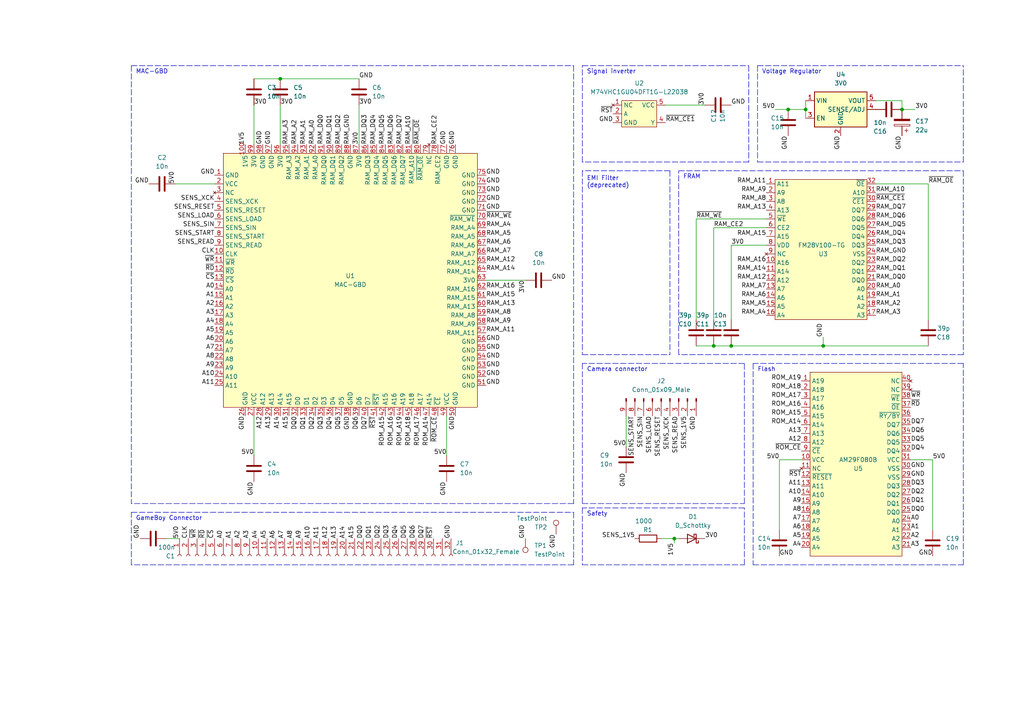
<source format=kicad_sch>
(kicad_sch (version 20231120) (generator "eeschema") (generator_version "8.0")
  (paper "A4")
  (title_block (title "Flashable Camera") (date "2024-07-26") (rev "B") (company "Made by 2BitWizard") (comment 1 "C10, C11 and C18 modified by Raphaël BOICHOT"))
  (lib_symbols
    (symbol "Connector:Conn_01x09_Male" (pin_names (offset 1.016) hide)
      (property "Reference" "J" (at 0 12.7 0))
      (property "Value" "Conn_01x09_Male" (at 0 -12.7 0))
      (symbol "Conn_01x09_Male_1_1"
        (polyline (pts (xy 1.27 -10.16) (xy 0.8636 -10.16)) (stroke (width 0.1524)))
        (polyline (pts (xy 1.27 -7.62) (xy 0.8636 -7.62)) (stroke (width 0.1524)))
        (polyline (pts (xy 1.27 -5.08) (xy 0.8636 -5.08)) (stroke (width 0.1524)))
        (polyline (pts (xy 1.27 -2.54) (xy 0.8636 -2.54)) (stroke (width 0.1524)))
        (polyline (pts (xy 1.27 0) (xy 0.8636 0)) (stroke (width 0.1524)))
        (polyline (pts (xy 1.27 2.54) (xy 0.8636 2.54)) (stroke (width 0.1524)))
        (polyline (pts (xy 1.27 5.08) (xy 0.8636 5.08)) (stroke (width 0.1524)))
        (polyline (pts (xy 1.27 7.62) (xy 0.8636 7.62)) (stroke (width 0.1524)))
        (polyline (pts (xy 1.27 10.16) (xy 0.8636 10.16)) (stroke (width 0.1524)))
        (rectangle (start 0.8636 -10.033) (end 0 -10.287) (stroke (width 0.1524)) (fill (type outline)))
        (rectangle (start 0.8636 -7.493) (end 0 -7.747) (stroke (width 0.1524)) (fill (type outline)))
        (rectangle (start 0.8636 -4.953) (end 0 -5.207) (stroke (width 0.1524)) (fill (type outline)))
        (rectangle (start 0.8636 -2.413) (end 0 -2.667) (stroke (width 0.1524)) (fill (type outline)))
        (rectangle (start 0.8636 0.127) (end 0 -0.127) (stroke (width 0.1524)) (fill (type outline)))
        (rectangle (start 0.8636 2.667) (end 0 2.413) (stroke (width 0.1524)) (fill (type outline)))
        (rectangle (start 0.8636 5.207) (end 0 4.953) (stroke (width 0.1524)) (fill (type outline)))
        (rectangle (start 0.8636 7.747) (end 0 7.493) (stroke (width 0.1524)) (fill (type outline)))
        (rectangle (start 0.8636 10.287) (end 0 10.033) (stroke (width 0.1524)) (fill (type outline)))
        (pin passive line (at 5.08 10.16 180) (length 3.81) (name "Pin_1") (number "1"))
        (pin passive line (at 5.08 7.62 180) (length 3.81) (name "Pin_2") (number "2"))
        (pin passive line (at 5.08 5.08 180) (length 3.81) (name "Pin_3") (number "3"))
        (pin passive line (at 5.08 2.54 180) (length 3.81) (name "Pin_4") (number "4"))
        (pin passive line (at 5.08 0 180) (length 3.81) (name "Pin_5") (number "5"))
        (pin passive line (at 5.08 -2.54 180) (length 3.81) (name "Pin_6") (number "6"))
        (pin passive line (at 5.08 -5.08 180) (length 3.81) (name "Pin_7") (number "7"))
        (pin passive line (at 5.08 -7.62 180) (length 3.81) (name "Pin_8") (number "8"))
        (pin passive line (at 5.08 -10.16 180) (length 3.81) (name "Pin_9") (number "9"))
      )
    )
    (symbol "Connector:Conn_01x32_Female" (pin_names (offset 1.016) hide)
      (property "Reference" "J" (at 0 40.64 0))
      (property "Value" "Conn_01x32_Female" (at 0 -43.18 0))
      (symbol "Conn_01x32_Female_1_1"
        (arc (start 0 -40.132) (mid -0.5058 -40.64) (end 0 -41.148) (stroke (width 0.1524)))
        (arc (start 0 -37.592) (mid -0.5058 -38.1) (end 0 -38.608) (stroke (width 0.1524)))
        (arc (start 0 -35.052) (mid -0.5058 -35.56) (end 0 -36.068) (stroke (width 0.1524)))
        (arc (start 0 -32.512) (mid -0.5058 -33.02) (end 0 -33.528) (stroke (width 0.1524)))
        (arc (start 0 -29.972) (mid -0.5058 -30.48) (end 0 -30.988) (stroke (width 0.1524)))
        (arc (start 0 -27.432) (mid -0.5058 -27.94) (end 0 -28.448) (stroke (width 0.1524)))
        (arc (start 0 -24.892) (mid -0.5058 -25.4) (end 0 -25.908) (stroke (width 0.1524)))
        (arc (start 0 -22.352) (mid -0.5058 -22.86) (end 0 -23.368) (stroke (width 0.1524)))
        (arc (start 0 -19.812) (mid -0.5058 -20.32) (end 0 -20.828) (stroke (width 0.1524)))
        (arc (start 0 -17.272) (mid -0.5058 -17.78) (end 0 -18.288) (stroke (width 0.1524)))
        (arc (start 0 -14.732) (mid -0.5058 -15.24) (end 0 -15.748) (stroke (width 0.1524)))
        (arc (start 0 -12.192) (mid -0.5058 -12.7) (end 0 -13.208) (stroke (width 0.1524)))
        (arc (start 0 -9.652) (mid -0.5058 -10.16) (end 0 -10.668) (stroke (width 0.1524)))
        (arc (start 0 -7.112) (mid -0.5058 -7.62) (end 0 -8.128) (stroke (width 0.1524)))
        (arc (start 0 -4.572) (mid -0.5058 -5.08) (end 0 -5.588) (stroke (width 0.1524)))
        (arc (start 0 -2.032) (mid -0.5058 -2.54) (end 0 -3.048) (stroke (width 0.1524)))
        (polyline (pts (xy -1.27 -40.64) (xy -0.508 -40.64)) (stroke (width 0.1524)))
        (polyline (pts (xy -1.27 -38.1) (xy -0.508 -38.1)) (stroke (width 0.1524)))
        (polyline (pts (xy -1.27 -35.56) (xy -0.508 -35.56)) (stroke (width 0.1524)))
        (polyline (pts (xy -1.27 -33.02) (xy -0.508 -33.02)) (stroke (width 0.1524)))
        (polyline (pts (xy -1.27 -30.48) (xy -0.508 -30.48)) (stroke (width 0.1524)))
        (polyline (pts (xy -1.27 -27.94) (xy -0.508 -27.94)) (stroke (width 0.1524)))
        (polyline (pts (xy -1.27 -25.4) (xy -0.508 -25.4)) (stroke (width 0.1524)))
        (polyline (pts (xy -1.27 -22.86) (xy -0.508 -22.86)) (stroke (width 0.1524)))
        (polyline (pts (xy -1.27 -20.32) (xy -0.508 -20.32)) (stroke (width 0.1524)))
        (polyline (pts (xy -1.27 -17.78) (xy -0.508 -17.78)) (stroke (width 0.1524)))
        (polyline (pts (xy -1.27 -15.24) (xy -0.508 -15.24)) (stroke (width 0.1524)))
        (polyline (pts (xy -1.27 -12.7) (xy -0.508 -12.7)) (stroke (width 0.1524)))
        (polyline (pts (xy -1.27 -10.16) (xy -0.508 -10.16)) (stroke (width 0.1524)))
        (polyline (pts (xy -1.27 -7.62) (xy -0.508 -7.62)) (stroke (width 0.1524)))
        (polyline (pts (xy -1.27 -5.08) (xy -0.508 -5.08)) (stroke (width 0.1524)))
        (polyline (pts (xy -1.27 -2.54) (xy -0.508 -2.54)) (stroke (width 0.1524)))
        (polyline (pts (xy -1.27 0) (xy -0.508 0)) (stroke (width 0.1524)))
        (polyline (pts (xy -1.27 2.54) (xy -0.508 2.54)) (stroke (width 0.1524)))
        (polyline (pts (xy -1.27 5.08) (xy -0.508 5.08)) (stroke (width 0.1524)))
        (polyline (pts (xy -1.27 7.62) (xy -0.508 7.62)) (stroke (width 0.1524)))
        (polyline (pts (xy -1.27 10.16) (xy -0.508 10.16)) (stroke (width 0.1524)))
        (polyline (pts (xy -1.27 12.7) (xy -0.508 12.7)) (stroke (width 0.1524)))
        (polyline (pts (xy -1.27 15.24) (xy -0.508 15.24)) (stroke (width 0.1524)))
        (polyline (pts (xy -1.27 17.78) (xy -0.508 17.78)) (stroke (width 0.1524)))
        (polyline (pts (xy -1.27 20.32) (xy -0.508 20.32)) (stroke (width 0.1524)))
        (polyline (pts (xy -1.27 22.86) (xy -0.508 22.86)) (stroke (width 0.1524)))
        (polyline (pts (xy -1.27 25.4) (xy -0.508 25.4)) (stroke (width 0.1524)))
        (polyline (pts (xy -1.27 27.94) (xy -0.508 27.94)) (stroke (width 0.1524)))
        (polyline (pts (xy -1.27 30.48) (xy -0.508 30.48)) (stroke (width 0.1524)))
        (polyline (pts (xy -1.27 33.02) (xy -0.508 33.02)) (stroke (width 0.1524)))
        (polyline (pts (xy -1.27 35.56) (xy -0.508 35.56)) (stroke (width 0.1524)))
        (polyline (pts (xy -1.27 38.1) (xy -0.508 38.1)) (stroke (width 0.1524)))
        (arc (start 0 0.508) (mid -0.5058 0) (end 0 -0.508) (stroke (width 0.1524)))
        (arc (start 0 3.048) (mid -0.5058 2.54) (end 0 2.032) (stroke (width 0.1524)))
        (arc (start 0 5.588) (mid -0.5058 5.08) (end 0 4.572) (stroke (width 0.1524)))
        (arc (start 0 8.128) (mid -0.5058 7.62) (end 0 7.112) (stroke (width 0.1524)))
        (arc (start 0 10.668) (mid -0.5058 10.16) (end 0 9.652) (stroke (width 0.1524)))
        (arc (start 0 13.208) (mid -0.5058 12.7) (end 0 12.192) (stroke (width 0.1524)))
        (arc (start 0 15.748) (mid -0.5058 15.24) (end 0 14.732) (stroke (width 0.1524)))
        (arc (start 0 18.288) (mid -0.5058 17.78) (end 0 17.272) (stroke (width 0.1524)))
        (arc (start 0 20.828) (mid -0.5058 20.32) (end 0 19.812) (stroke (width 0.1524)))
        (arc (start 0 23.368) (mid -0.5058 22.86) (end 0 22.352) (stroke (width 0.1524)))
        (arc (start 0 25.908) (mid -0.5058 25.4) (end 0 24.892) (stroke (width 0.1524)))
        (arc (start 0 28.448) (mid -0.5058 27.94) (end 0 27.432) (stroke (width 0.1524)))
        (arc (start 0 30.988) (mid -0.5058 30.48) (end 0 29.972) (stroke (width 0.1524)))
        (arc (start 0 33.528) (mid -0.5058 33.02) (end 0 32.512) (stroke (width 0.1524)))
        (arc (start 0 36.068) (mid -0.5058 35.56) (end 0 35.052) (stroke (width 0.1524)))
        (arc (start 0 38.608) (mid -0.5058 38.1) (end 0 37.592) (stroke (width 0.1524)))
        (pin passive line (at -5.08 38.1 0) (length 3.81) (name "Pin_1") (number "1"))
        (pin passive line (at -5.08 15.24 0) (length 3.81) (name "Pin_10") (number "10"))
        (pin passive line (at -5.08 12.7 0) (length 3.81) (name "Pin_11") (number "11"))
        (pin passive line (at -5.08 10.16 0) (length 3.81) (name "Pin_12") (number "12"))
        (pin passive line (at -5.08 7.62 0) (length 3.81) (name "Pin_13") (number "13"))
        (pin passive line (at -5.08 5.08 0) (length 3.81) (name "Pin_14") (number "14"))
        (pin passive line (at -5.08 2.54 0) (length 3.81) (name "Pin_15") (number "15"))
        (pin passive line (at -5.08 0 0) (length 3.81) (name "Pin_16") (number "16"))
        (pin passive line (at -5.08 -2.54 0) (length 3.81) (name "Pin_17") (number "17"))
        (pin passive line (at -5.08 -5.08 0) (length 3.81) (name "Pin_18") (number "18"))
        (pin passive line (at -5.08 -7.62 0) (length 3.81) (name "Pin_19") (number "19"))
        (pin passive line (at -5.08 35.56 0) (length 3.81) (name "Pin_2") (number "2"))
        (pin passive line (at -5.08 -10.16 0) (length 3.81) (name "Pin_20") (number "20"))
        (pin passive line (at -5.08 -12.7 0) (length 3.81) (name "Pin_21") (number "21"))
        (pin passive line (at -5.08 -15.24 0) (length 3.81) (name "Pin_22") (number "22"))
        (pin passive line (at -5.08 -17.78 0) (length 3.81) (name "Pin_23") (number "23"))
        (pin passive line (at -5.08 -20.32 0) (length 3.81) (name "Pin_24") (number "24"))
        (pin passive line (at -5.08 -22.86 0) (length 3.81) (name "Pin_25") (number "25"))
        (pin passive line (at -5.08 -25.4 0) (length 3.81) (name "Pin_26") (number "26"))
        (pin passive line (at -5.08 -27.94 0) (length 3.81) (name "Pin_27") (number "27"))
        (pin passive line (at -5.08 -30.48 0) (length 3.81) (name "Pin_28") (number "28"))
        (pin passive line (at -5.08 -33.02 0) (length 3.81) (name "Pin_29") (number "29"))
        (pin passive line (at -5.08 33.02 0) (length 3.81) (name "Pin_3") (number "3"))
        (pin passive line (at -5.08 -35.56 0) (length 3.81) (name "Pin_30") (number "30"))
        (pin passive line (at -5.08 -38.1 0) (length 3.81) (name "Pin_31") (number "31"))
        (pin passive line (at -5.08 -40.64 0) (length 3.81) (name "Pin_32") (number "32"))
        (pin passive line (at -5.08 30.48 0) (length 3.81) (name "Pin_4") (number "4"))
        (pin passive line (at -5.08 27.94 0) (length 3.81) (name "Pin_5") (number "5"))
        (pin passive line (at -5.08 25.4 0) (length 3.81) (name "Pin_6") (number "6"))
        (pin passive line (at -5.08 22.86 0) (length 3.81) (name "Pin_7") (number "7"))
        (pin passive line (at -5.08 20.32 0) (length 3.81) (name "Pin_8") (number "8"))
        (pin passive line (at -5.08 17.78 0) (length 3.81) (name "Pin_9") (number "9"))
      )
    )
    (symbol "Connector:TestPoint" (pin_numbers hide) (pin_names (offset 0.762) hide)
      (property "Reference" "TP" (at 0 6.858 0))
      (property "Value" "TestPoint" (at 0 5.08 0))
      (symbol "TestPoint_0_1"
        (circle (center 0 3.302) (radius 0.762))
      )
      (symbol "TestPoint_1_1"
        (pin passive line (at 0 0 90) (length 2.54) (name "1") (number "1"))
      )
    )
    (symbol "Device:C" (pin_numbers hide) (pin_names (offset 0.254))
      (property "Reference" "C" (at 0.635 2.54 0))
      (property "Value" "C" (at 0.635 -2.54 0))
      (symbol "C_0_1"
        (polyline (pts (xy -2.032 -0.762) (xy 2.032 -0.762)) (stroke (width 0.508)))
        (polyline (pts (xy -2.032 0.762) (xy 2.032 0.762)) (stroke (width 0.508)))
      )
      (symbol "C_1_1"
        (pin passive line (at 0 3.81 270) (length 2.794) (name "~") (number "1"))
        (pin passive line (at 0 -3.81 90) (length 2.794) (name "~") (number "2"))
      )
    )
    (symbol "Device:C_Polarized" (pin_numbers hide) (pin_names (offset 0.254))
      (property "Reference" "C" (at 0.635 2.54 0))
      (property "Value" "C_Polarized" (at 0.635 -2.54 0))
      (symbol "C_Polarized_0_1"
        (rectangle (start -2.286 0.508) (end 2.286 1.016))
        (polyline (pts (xy -1.778 2.286) (xy -0.762 2.286)))
        (polyline (pts (xy -1.27 2.794) (xy -1.27 1.778)))
        (rectangle (start 2.286 -0.508) (end -2.286 -1.016) (fill (type outline)))
      )
      (symbol "C_Polarized_1_1"
        (pin passive line (at 0 3.81 270) (length 2.794) (name "~") (number "1"))
        (pin passive line (at 0 -3.81 90) (length 2.794) (name "~") (number "2"))
      )
    )
    (symbol "Device:D_Schottky" (pin_numbers hide) (pin_names (offset 1.016) hide)
      (property "Reference" "D" (at 0 2.54 0))
      (property "Value" "D_Schottky" (at 0 -2.54 0))
      (symbol "D_Schottky_0_1"
        (polyline (pts (xy 1.27 0) (xy -1.27 0)))
        (polyline (pts (xy 1.27 1.27) (xy 1.27 -1.27) (xy -1.27 0) (xy 1.27 1.27)) (stroke (width 0.254)))
        (polyline (pts (xy -1.905 0.635) (xy -1.905 1.27) (xy -1.27 1.27) (xy -1.27 -1.27) (xy -0.635 -1.27) (xy -0.635 -0.635)) (stroke (width 0.254)))
      )
      (symbol "D_Schottky_1_1"
        (pin passive line (at -3.81 0 0) (length 2.54) (name "K") (number "1"))
        (pin passive line (at 3.81 0 180) (length 2.54) (name "A") (number "2"))
      )
    )
    (symbol "Device:R" (pin_numbers hide) (pin_names (offset 0))
      (property "Reference" "R" (at 2.032 0 90))
      (property "Value" "R" (at 0 0 90))
      (symbol "R_0_1"
        (rectangle (start -1.016 -2.54) (end 1.016 2.54) (stroke (width 0.254)))
      )
      (symbol "R_1_1"
        (pin passive line (at 0 3.81 270) (length 1.27) (name "~") (number "1"))
        (pin passive line (at 0 -3.81 90) (length 1.27) (name "~") (number "2"))
      )
    )
    (symbol "GBC:3V0"
      (property "Reference" "U" (at 0 8.89 0))
      (property "Value" "3V0" (at 0 6.35 0))
      (symbol "3V0_0_1"
        (rectangle (start -7.62 5.08) (end 7.62 -5.08) (stroke (width 0.254)) (fill (type background)))
      )
      (symbol "3V0_1_1"
        (pin passive line (at -10.16 2.54 0) (length 2.54) (name "VIN") (number "1"))
        (pin passive line (at 0 -7.62 90) (length 2.54) (name "GND") (number "2"))
        (pin passive line (at -10.16 -2.54 0) (length 2.54) (name "EN") (number "3"))
        (pin passive line (at 10.16 0 180) (length 2.54) (name "SENSE/ADJ") (number "4"))
        (pin passive line (at 10.16 2.54 180) (length 2.54) (name "VOUT") (number "5"))
      )
    )
    (symbol "GBC:AM29F080B"
      (property "Reference" "U" (at 0 -1.27 0))
      (property "Value" "AM29F080B" (at 0 1.27 0))
      (symbol "AM29F080B_0_1"
        (rectangle (start -13.97 26.67) (end 12.7 -26.67) (fill (type background)))
      )
      (symbol "AM29F080B_1_1"
        (pin passive line (at -16.51 24.13 0) (length 2.54) (name "A19") (number "1"))
        (pin passive line (at -16.51 1.27 0) (length 2.54) (name "VCC") (number "10"))
        (pin no_connect line (at -16.51 -1.27 0) (length 2.54) (name "NC") (number "11"))
        (pin passive line (at -16.51 -3.81 0) (length 2.54) (name "~{RESET}") (number "12"))
        (pin passive line (at -16.51 -6.35 0) (length 2.54) (name "A11") (number "13"))
        (pin passive line (at -16.51 -8.89 0) (length 2.54) (name "A10") (number "14"))
        (pin passive line (at -16.51 -11.43 0) (length 2.54) (name "A9") (number "15"))
        (pin passive line (at -16.51 -13.97 0) (length 2.54) (name "A8") (number "16"))
        (pin passive line (at -16.51 -16.51 0) (length 2.54) (name "A7") (number "17"))
        (pin passive line (at -16.51 -19.05 0) (length 2.54) (name "A6") (number "18"))
        (pin passive line (at -16.51 -21.59 0) (length 2.54) (name "A5") (number "19"))
        (pin passive line (at -16.51 21.59 0) (length 2.54) (name "A18") (number "2"))
        (pin passive line (at -16.51 -24.13 0) (length 2.54) (name "A4") (number "20"))
        (pin passive line (at 15.24 -24.13 180) (length 2.54) (name "A3") (number "21"))
        (pin passive line (at 15.24 -21.59 180) (length 2.54) (name "A2") (number "22"))
        (pin passive line (at 15.24 -19.05 180) (length 2.54) (name "A1") (number "23"))
        (pin passive line (at 15.24 -16.51 180) (length 2.54) (name "A0") (number "24"))
        (pin passive line (at 15.24 -13.97 180) (length 2.54) (name "DQ0") (number "25"))
        (pin passive line (at 15.24 -11.43 180) (length 2.54) (name "DQ1") (number "26"))
        (pin passive line (at 15.24 -8.89 180) (length 2.54) (name "DQ2") (number "27"))
        (pin passive line (at 15.24 -6.35 180) (length 2.54) (name "DQ3") (number "28"))
        (pin passive line (at 15.24 -3.81 180) (length 2.54) (name "VSS") (number "29"))
        (pin passive line (at -16.51 19.05 0) (length 2.54) (name "A17") (number "3"))
        (pin passive line (at 15.24 -1.27 180) (length 2.54) (name "VSS") (number "30"))
        (pin passive line (at 15.24 1.27 180) (length 2.54) (name "VCC") (number "31"))
        (pin passive line (at 15.24 3.81 180) (length 2.54) (name "DQ4") (number "32"))
        (pin passive line (at 15.24 6.35 180) (length 2.54) (name "DQ5") (number "33"))
        (pin passive line (at 15.24 8.89 180) (length 2.54) (name "DQ6") (number "34"))
        (pin passive line (at 15.24 11.43 180) (length 2.54) (name "DQ7") (number "35"))
        (pin passive line (at 15.24 13.97 180) (length 2.54) (name "~{RY/BY}") (number "36"))
        (pin passive line (at 15.24 16.51 180) (length 2.54) (name "~{OE}") (number "37"))
        (pin passive line (at 15.24 19.05 180) (length 2.54) (name "~{WE}") (number "38"))
        (pin no_connect line (at 15.24 21.59 180) (length 2.54) (name "NC") (number "39"))
        (pin passive line (at -16.51 16.51 0) (length 2.54) (name "A16") (number "4"))
        (pin no_connect line (at 15.24 24.13 180) (length 2.54) (name "NC") (number "40"))
        (pin passive line (at -16.51 13.97 0) (length 2.54) (name "A15") (number "5"))
        (pin passive line (at -16.51 11.43 0) (length 2.54) (name "A14") (number "6"))
        (pin passive line (at -16.51 8.89 0) (length 2.54) (name "A13") (number "7"))
        (pin passive line (at -16.51 6.35 0) (length 2.54) (name "A12") (number "8"))
        (pin passive line (at -16.51 3.81 0) (length 2.54) (name "~{CE}") (number "9"))
      )
    )
    (symbol "GBC:FM28V100-TG "
      (property "Reference" "U" (at 0 -1.27 0))
      (property "Value" "FM28V100-TG " (at 0 1.27 0))
      (symbol "FM28V100-TG _0_1"
        (rectangle (start -13.97 20.32) (end 12.7 -20.32) (fill (type background)))
      )
      (symbol "FM28V100-TG _1_1"
        (pin passive line (at -16.51 19.05 0) (length 2.54) (name "A11") (number "1"))
        (pin passive line (at -16.51 -3.81 0) (length 2.54) (name "A16") (number "10"))
        (pin passive line (at -16.51 -6.35 0) (length 2.54) (name "A14") (number "11"))
        (pin passive line (at -16.51 -8.89 0) (length 2.54) (name "A12") (number "12"))
        (pin passive line (at -16.51 -11.43 0) (length 2.54) (name "A7") (number "13"))
        (pin passive line (at -16.51 -13.97 0) (length 2.54) (name "A6") (number "14"))
        (pin passive line (at -16.51 -16.51 0) (length 2.54) (name "A5") (number "15"))
        (pin passive line (at -16.51 -19.05 0) (length 2.54) (name "A4") (number "16"))
        (pin passive line (at 15.24 -19.05 180) (length 2.54) (name "A3") (number "17"))
        (pin passive line (at 15.24 -16.51 180) (length 2.54) (name "A2") (number "18"))
        (pin passive line (at 15.24 -13.97 180) (length 2.54) (name "A1") (number "19"))
        (pin passive line (at -16.51 16.51 0) (length 2.54) (name "A9") (number "2"))
        (pin passive line (at 15.24 -11.43 180) (length 2.54) (name "A0") (number "20"))
        (pin passive line (at 15.24 -8.89 180) (length 2.54) (name "DQ0") (number "21"))
        (pin passive line (at 15.24 -6.35 180) (length 2.54) (name "DQ1") (number "22"))
        (pin passive line (at 15.24 -3.81 180) (length 2.54) (name "DQ2") (number "23"))
        (pin passive line (at 15.24 -1.27 180) (length 2.54) (name "VSS") (number "24"))
        (pin passive line (at 15.24 1.27 180) (length 2.54) (name "DQ3") (number "25"))
        (pin passive line (at 15.24 3.81 180) (length 2.54) (name "DQ4") (number "26"))
        (pin passive line (at 15.24 6.35 180) (length 2.54) (name "DQ5") (number "27"))
        (pin passive line (at 15.24 8.89 180) (length 2.54) (name "DQ6") (number "28"))
        (pin passive line (at 15.24 11.43 180) (length 2.54) (name "DQ7") (number "29"))
        (pin passive line (at -16.51 13.97 0) (length 2.54) (name "A8") (number "3"))
        (pin passive line (at 15.24 13.97 180) (length 2.54) (name "~{CE1}") (number "30"))
        (pin passive line (at 15.24 16.51 180) (length 2.54) (name "A10") (number "31"))
        (pin passive line (at 15.24 19.05 180) (length 2.54) (name "~{OE}") (number "32"))
        (pin passive line (at -16.51 11.43 0) (length 2.54) (name "A13") (number "4"))
        (pin passive line (at -16.51 8.89 0) (length 2.54) (name "~{WE}") (number "5"))
        (pin passive line (at -16.51 6.35 0) (length 2.54) (name "CE2") (number "6"))
        (pin passive line (at -16.51 3.81 0) (length 2.54) (name "A15") (number "7"))
        (pin passive line (at -16.51 1.27 0) (length 2.54) (name "VDD") (number "8"))
        (pin no_connect line (at -16.51 -1.27 0) (length 2.54) (name "NC") (number "9"))
      )
    )
    (symbol "GBC:M74VHC1GU04DFT1G-L22038"
      (property "Reference" "U" (at 0 8.89 0))
      (property "Value" "M74VHC1GU04DFT1G-L22038" (at 0 6.35 0))
      (symbol "M74VHC1GU04DFT1G-L22038_0_1"
        (rectangle (start -5.08 3.81) (end 5.08 -3.81) (fill (type background)))
      )
      (symbol "M74VHC1GU04DFT1G-L22038_1_1"
        (pin no_connect line (at -7.62 2.54 0) (length 2.54) (name "NC") (number "1"))
        (pin passive line (at -7.62 0 0) (length 2.54) (name "A") (number "2"))
        (pin passive line (at -7.62 -2.54 0) (length 2.54) (name "GND") (number "3"))
        (pin passive line (at 7.62 -2.54 180) (length 2.54) (name "Y") (number "4"))
        (pin passive line (at 7.62 2.54 180) (length 2.54) (name "VCC") (number "5"))
      )
    )
    (symbol "GBC:MAC-GBD"
      (property "Reference" "U" (at 0 -1.27 0))
      (property "Value" "MAC-GBD" (at 0 1.27 0))
      (symbol "MAC-GBD_0_1"
        (rectangle (start -36.83 36.83) (end 36.83 -36.83) (fill (type background)))
      )
      (symbol "MAC-GBD_1_1"
        (pin passive line (at -39.37 30.48 0) (length 2.54) (name "GND") (number "1"))
        (pin passive line (at -39.37 7.62 0) (length 2.54) (name "CLK") (number "10"))
        (pin passive line (at -30.48 39.37 270) (length 2.54) (name "1V5") (number "100"))
        (pin passive line (at -39.37 5.08 0) (length 2.54) (name "~{WR}") (number "11"))
        (pin passive line (at -39.37 2.54 0) (length 2.54) (name "~{RD}") (number "12"))
        (pin passive line (at -39.37 0 0) (length 2.54) (name "~{CS}") (number "13"))
        (pin passive line (at -39.37 -2.54 0) (length 2.54) (name "A0") (number "14"))
        (pin passive line (at -39.37 -5.08 0) (length 2.54) (name "A1") (number "15"))
        (pin passive line (at -39.37 -7.62 0) (length 2.54) (name "A2") (number "16"))
        (pin passive line (at -39.37 -10.16 0) (length 2.54) (name "A3") (number "17"))
        (pin passive line (at -39.37 -12.7 0) (length 2.54) (name "A4") (number "18"))
        (pin passive line (at -39.37 -15.24 0) (length 2.54) (name "A5") (number "19"))
        (pin passive line (at -39.37 27.94 0) (length 2.54) (name "VCC") (number "2"))
        (pin passive line (at -39.37 -17.78 0) (length 2.54) (name "A6") (number "20"))
        (pin passive line (at -39.37 -20.32 0) (length 2.54) (name "A7") (number "21"))
        (pin passive line (at -39.37 -22.86 0) (length 2.54) (name "A8") (number "22"))
        (pin passive line (at -39.37 -25.4 0) (length 2.54) (name "A9") (number "23"))
        (pin passive line (at -39.37 -27.94 0) (length 2.54) (name "A10") (number "24"))
        (pin passive line (at -39.37 -30.48 0) (length 2.54) (name "A11") (number "25"))
        (pin passive line (at -30.48 -39.37 90) (length 2.54) (name "GND") (number "26"))
        (pin passive line (at -27.94 -39.37 90) (length 2.54) (name "VCC") (number "27"))
        (pin passive line (at -25.4 -39.37 90) (length 2.54) (name "A12") (number "28"))
        (pin passive line (at -22.86 -39.37 90) (length 2.54) (name "A13") (number "29"))
        (pin no_connect line (at -39.37 25.4 0) (length 2.54) (name "NC") (number "3"))
        (pin passive line (at -20.32 -39.37 90) (length 2.54) (name "A14") (number "30"))
        (pin passive line (at -17.78 -39.37 90) (length 2.54) (name "A15") (number "31"))
        (pin passive line (at -15.24 -39.37 90) (length 2.54) (name "D0") (number "32"))
        (pin passive line (at -12.7 -39.37 90) (length 2.54) (name "D1") (number "33"))
        (pin passive line (at -10.16 -39.37 90) (length 2.54) (name "D2") (number "34"))
        (pin passive line (at -7.62 -39.37 90) (length 2.54) (name "D3") (number "35"))
        (pin passive line (at -5.08 -39.37 90) (length 2.54) (name "D4") (number "36"))
        (pin passive line (at -2.54 -39.37 90) (length 2.54) (name "D5") (number "37"))
        (pin passive line (at 0 -39.37 90) (length 2.54) (name "GND") (number "38"))
        (pin passive line (at 2.54 -39.37 90) (length 2.54) (name "D6") (number "39"))
        (pin passive line (at -39.37 22.86 0) (length 2.54) (name "SENS_XCK") (number "4"))
        (pin passive line (at 5.08 -39.37 90) (length 2.54) (name "D7") (number "40"))
        (pin passive line (at 7.62 -39.37 90) (length 2.54) (name "~{RST}") (number "41"))
        (pin passive line (at 10.16 -39.37 90) (length 2.54) (name "A15") (number "42"))
        (pin passive line (at 12.7 -39.37 90) (length 2.54) (name "A16") (number "43"))
        (pin passive line (at 15.24 -39.37 90) (length 2.54) (name "A19") (number "44"))
        (pin passive line (at 17.78 -39.37 90) (length 2.54) (name "A18") (number "45"))
        (pin passive line (at 20.32 -39.37 90) (length 2.54) (name "A17") (number "46"))
        (pin passive line (at 22.86 -39.37 90) (length 2.54) (name "A14") (number "47"))
        (pin passive line (at 25.4 -39.37 90) (length 2.54) (name "~{CE}") (number "48"))
        (pin passive line (at 27.94 -39.37 90) (length 2.54) (name "VCC") (number "49"))
        (pin passive line (at -39.37 20.32 0) (length 2.54) (name "SENS_RESET") (number "5"))
        (pin passive line (at 30.48 -39.37 90) (length 2.54) (name "GND") (number "50"))
        (pin passive line (at 39.37 -30.48 180) (length 2.54) (name "GND") (number "51"))
        (pin passive line (at 39.37 -27.94 180) (length 2.54) (name "GND") (number "52"))
        (pin passive line (at 39.37 -25.4 180) (length 2.54) (name "GND") (number "53"))
        (pin passive line (at 39.37 -22.86 180) (length 2.54) (name "GND") (number "54"))
        (pin passive line (at 39.37 -20.32 180) (length 2.54) (name "GND") (number "55"))
        (pin passive line (at 39.37 -17.78 180) (length 2.54) (name "GND") (number "56"))
        (pin passive line (at 39.37 -15.24 180) (length 2.54) (name "RAM_A11") (number "57"))
        (pin passive line (at 39.37 -12.7 180) (length 2.54) (name "RAM_A9") (number "58"))
        (pin passive line (at 39.37 -10.16 180) (length 2.54) (name "RAM_A8") (number "59"))
        (pin passive line (at -39.37 17.78 0) (length 2.54) (name "SENS_LOAD") (number "6"))
        (pin passive line (at 39.37 -7.62 180) (length 2.54) (name "RAM_A13") (number "60"))
        (pin passive line (at 39.37 -5.08 180) (length 2.54) (name "RAM_A15") (number "61"))
        (pin passive line (at 39.37 -2.54 180) (length 2.54) (name "RAM_A16") (number "62"))
        (pin passive line (at 39.37 0 180) (length 2.54) (name "3V0") (number "63"))
        (pin passive line (at 39.37 2.54 180) (length 2.54) (name "RAM_A14") (number "64"))
        (pin passive line (at 39.37 5.08 180) (length 2.54) (name "RAM_A12") (number "65"))
        (pin passive line (at 39.37 7.62 180) (length 2.54) (name "RAM_A7") (number "66"))
        (pin passive line (at 39.37 10.16 180) (length 2.54) (name "RAM_A6") (number "67"))
        (pin passive line (at 39.37 12.7 180) (length 2.54) (name "RAM_A5") (number "68"))
        (pin passive line (at 39.37 15.24 180) (length 2.54) (name "RAM_A4") (number "69"))
        (pin passive line (at -39.37 15.24 0) (length 2.54) (name "SENS_SIN") (number "7"))
        (pin passive line (at 39.37 17.78 180) (length 2.54) (name "~{RAM_WE}") (number "70"))
        (pin passive line (at 39.37 20.32 180) (length 2.54) (name "GND") (number "71"))
        (pin passive line (at 39.37 22.86 180) (length 2.54) (name "GND") (number "72"))
        (pin passive line (at 39.37 25.4 180) (length 2.54) (name "GND") (number "73"))
        (pin passive line (at 39.37 27.94 180) (length 2.54) (name "GND") (number "74"))
        (pin passive line (at 39.37 30.48 180) (length 2.54) (name "GND") (number "75"))
        (pin passive line (at 30.48 39.37 270) (length 2.54) (name "GND") (number "76"))
        (pin passive line (at 27.94 39.37 270) (length 2.54) (name "GND") (number "77"))
        (pin passive line (at 25.4 39.37 270) (length 2.54) (name "RAM_CE2") (number "78"))
        (pin no_connect line (at 22.86 39.37 270) (length 2.54) (name "NC") (number "79"))
        (pin passive line (at -39.37 12.7 0) (length 2.54) (name "SENS_START") (number "8"))
        (pin passive line (at 20.32 39.37 270) (length 2.54) (name "~{RAM_OE}") (number "80"))
        (pin passive line (at 17.78 39.37 270) (length 2.54) (name "RAM_A10") (number "81"))
        (pin passive line (at 15.24 39.37 270) (length 2.54) (name "RAM_DQ7") (number "82"))
        (pin passive line (at 12.7 39.37 270) (length 2.54) (name "RAM_DQ6") (number "83"))
        (pin passive line (at 10.16 39.37 270) (length 2.54) (name "RAM_DQ5") (number "84"))
        (pin passive line (at 7.62 39.37 270) (length 2.54) (name "RAM_DQ4") (number "85"))
        (pin passive line (at 5.08 39.37 270) (length 2.54) (name "RAM_DQ3") (number "86"))
        (pin passive line (at 2.54 39.37 270) (length 2.54) (name "3V0") (number "87"))
        (pin passive line (at 0 39.37 270) (length 2.54) (name "GND") (number "88"))
        (pin passive line (at -2.54 39.37 270) (length 2.54) (name "RAM_DQ2") (number "89"))
        (pin passive line (at -39.37 10.16 0) (length 2.54) (name "SENS_READ") (number "9"))
        (pin passive line (at -5.08 39.37 270) (length 2.54) (name "RAM_DQ1") (number "90"))
        (pin passive line (at -7.62 39.37 270) (length 2.54) (name "RAM_DQ0") (number "91"))
        (pin passive line (at -10.16 39.37 270) (length 2.54) (name "RAM_A0") (number "92"))
        (pin passive line (at -12.7 39.37 270) (length 2.54) (name "RAM_A1") (number "93"))
        (pin passive line (at -15.24 39.37 270) (length 2.54) (name "RAM_A2") (number "94"))
        (pin passive line (at -17.78 39.37 270) (length 2.54) (name "RAM_A3") (number "95"))
        (pin passive line (at -20.32 39.37 270) (length 2.54) (name "3V0") (number "96"))
        (pin passive line (at -22.86 39.37 270) (length 2.54) (name "GND") (number "97"))
        (pin passive line (at -25.4 39.37 270) (length 2.54) (name "GND") (number "98"))
        (pin passive line (at -27.94 39.37 270) (length 2.54) (name "3V0") (number "99"))
      )
    )
  )
  (junction (at 233.68 31.75))
  (junction (at 238.76 100.33))
  (junction (at 81.28 22.86))
  (junction (at 207.01 100.33))
  (junction (at 195.58 156.21))
  (junction (at 261.62 31.75))
  (junction (at 228.6 31.75))
  (junction (at 212.09 100.33))
  (polyline (pts (xy 166.37 163.83) (xy 38.1 163.83)) (stroke (width 0) (type dash)))
  (polyline (pts (xy 279.4 49.53) (xy 279.4 102.87)) (stroke (width 0) (type dash)))
  (polyline (pts (xy 166.37 148.59) (xy 166.37 163.83)) (stroke (width 0) (type dash)))
  (wire (pts (xy 228.6 31.75) (xy 233.68 31.75)))
  (polyline (pts (xy 215.9 163.83) (xy 215.9 147.32)) (stroke (width 0) (type dash)))
  (polyline (pts (xy 279.4 163.83) (xy 279.4 105.41)) (stroke (width 0) (type dash)))
  (wire (pts (xy 181.61 129.54) (xy 181.61 120.65)))
  (wire (pts (xy 193.04 30.48) (xy 204.47 30.48)))
  (polyline (pts (xy 196.85 49.53) (xy 279.4 49.53)) (stroke (width 0) (type dash)))
  (polyline (pts (xy 166.37 146.05) (xy 38.1 146.05)) (stroke (width 0) (type dash)))
  (polyline (pts (xy 166.37 19.05) (xy 166.37 146.05)) (stroke (width 0) (type dash)))
  (wire (pts (xy 269.24 53.34) (xy 269.24 92.71)))
  (polyline (pts (xy 217.17 19.05) (xy 217.17 46.99)) (stroke (width 0) (type dash)))
  (wire (pts (xy 48.26 156.21) (xy 52.07 156.21)))
  (polyline (pts (xy 38.1 19.05) (xy 38.1 146.05)) (stroke (width 0) (type dash)))
  (polyline (pts (xy 279.4 102.87) (xy 196.85 102.87)) (stroke (width 0) (type dash)))
  (polyline (pts (xy 168.91 19.05) (xy 217.17 19.05)) (stroke (width 0) (type dash)))
  (wire (pts (xy 222.25 66.04) (xy 207.01 66.04)))
  (wire (pts (xy 212.09 100.33) (xy 238.76 100.33)))
  (wire (pts (xy 201.93 63.5) (xy 201.93 92.71)))
  (polyline (pts (xy 279.4 46.99) (xy 279.4 19.05)) (stroke (width 0) (type dash)))
  (wire (pts (xy 261.62 31.75) (xy 265.43 31.75)))
  (wire (pts (xy 207.01 66.04) (xy 207.01 92.71)))
  (wire (pts (xy 73.66 30.48) (xy 73.66 41.91)))
  (polyline (pts (xy 168.91 46.99) (xy 168.91 19.05)) (stroke (width 0) (type dash)))
  (polyline (pts (xy 219.71 46.99) (xy 279.4 46.99)) (stroke (width 0) (type dash)))
  (wire (pts (xy 232.41 133.35) (xy 226.06 133.35)))
  (wire (pts (xy 224.79 31.75) (xy 228.6 31.75)))
  (wire (pts (xy 233.68 29.21) (xy 233.68 31.75)))
  (polyline (pts (xy 196.85 102.87) (xy 196.85 49.53)) (stroke (width 0) (type dash)))
  (wire (pts (xy 50.8 53.34) (xy 62.23 53.34)))
  (polyline (pts (xy 219.71 19.05) (xy 219.71 46.99)) (stroke (width 0) (type dash)))
  (wire (pts (xy 254 29.21) (xy 261.62 29.21)))
  (polyline (pts (xy 194.31 49.53) (xy 194.31 102.87)) (stroke (width 0) (type dash)))
  (polyline (pts (xy 168.91 146.05) (xy 215.9 146.05)) (stroke (width 0) (type dash)))
  (wire (pts (xy 81.28 22.86) (xy 104.14 22.86)))
  (polyline (pts (xy 168.91 163.83) (xy 215.9 163.83)) (stroke (width 0) (type dash)))
  (polyline (pts (xy 218.44 163.83) (xy 279.4 163.83)) (stroke (width 0) (type dash)))
  (wire (pts (xy 201.93 100.33) (xy 207.01 100.33)))
  (wire (pts (xy 238.76 97.79) (xy 238.76 100.33)))
  (polyline (pts (xy 217.17 46.99) (xy 168.91 46.99)) (stroke (width 0) (type dash)))
  (wire (pts (xy 81.28 30.48) (xy 81.28 41.91)))
  (wire (pts (xy 195.58 156.21) (xy 195.58 157.48)))
  (polyline (pts (xy 215.9 147.32) (xy 168.91 147.32)) (stroke (width 0) (type dash)))
  (polyline (pts (xy 279.4 105.41) (xy 218.44 105.41)) (stroke (width 0) (type dash)))
  (polyline (pts (xy 38.1 19.05) (xy 166.37 19.05)) (stroke (width 0) (type dash)))
  (polyline (pts (xy 38.1 163.83) (xy 38.1 148.59)) (stroke (width 0) (type dash)))
  (wire (pts (xy 73.66 22.86) (xy 81.28 22.86)))
  (wire (pts (xy 261.62 29.21) (xy 261.62 31.75)))
  (wire (pts (xy 195.58 156.21) (xy 196.85 156.21)))
  (wire (pts (xy 270.51 133.35) (xy 270.51 153.67)))
  (polyline (pts (xy 168.91 147.32) (xy 168.91 163.83)) (stroke (width 0) (type dash)))
  (wire (pts (xy 212.09 92.71) (xy 212.09 71.12)))
  (wire (pts (xy 104.14 30.48) (xy 104.14 41.91)))
  (wire (pts (xy 222.25 63.5) (xy 201.93 63.5)))
  (wire (pts (xy 233.68 31.75) (xy 233.68 34.29)))
  (wire (pts (xy 212.09 71.12) (xy 222.25 71.12)))
  (wire (pts (xy 191.77 156.21) (xy 195.58 156.21)))
  (polyline (pts (xy 38.1 148.59) (xy 166.37 148.59)) (stroke (width 0) (type dash)))
  (wire (pts (xy 140.97 81.28) (xy 152.4 81.28)))
  (polyline (pts (xy 218.44 105.41) (xy 218.44 163.83)) (stroke (width 0) (type dash)))
  (wire (pts (xy 129.54 120.65) (xy 129.54 132.08)))
  (wire (pts (xy 264.16 133.35) (xy 270.51 133.35)))
  (wire (pts (xy 238.76 100.33) (xy 269.24 100.33)))
  (wire (pts (xy 207.01 100.33) (xy 212.09 100.33)))
  (wire (pts (xy 254 53.34) (xy 269.24 53.34)))
  (polyline (pts (xy 219.71 19.05) (xy 279.4 19.05)) (stroke (width 0) (type dash)))
  (polyline (pts (xy 168.91 102.87) (xy 194.31 102.87)) (stroke (width 0) (type dash)))
  (polyline (pts (xy 168.91 105.41) (xy 168.91 146.05)) (stroke (width 0) (type dash)))
  (polyline (pts (xy 168.91 49.53) (xy 168.91 102.87)) (stroke (width 0) (type dash)))
  (polyline (pts (xy 194.31 49.53) (xy 168.91 49.53)) (stroke (width 0) (type dash)))
  (wire (pts (xy 226.06 133.35) (xy 226.06 153.67)))
  (wire (pts (xy 73.66 120.65) (xy 73.66 132.08)))
  (polyline (pts (xy 215.9 105.41) (xy 168.91 105.41)) (stroke (width 0) (type dash)))
  (polyline (pts (xy 215.9 146.05) (xy 215.9 105.41)) (stroke (width 0) (type dash)))
  (text "Camera connector\n" (at 170.18 107.95 0) (effects (font (size 1.27 1.27)) (justify left bottom)))
  (text "Signal inverter" (at 170.18 21.59 0) (effects (font (size 1.27 1.27)) (justify left bottom)))
  (text "Flash" (at 219.71 107.95 0) (effects (font (size 1.27 1.27)) (justify left bottom)))
  (text "MAC-GBD" (at 39.37 21.59 0) (effects (font (size 1.27 1.27)) (justify left bottom)))
  (text "GameBoy Connector\n" (at 39.37 151.13 0) (effects (font (size 1.27 1.27)) (justify left bottom)))
  (text "FRAM\n" (at 198.12 52.07 0) (effects (font (size 1.27 1.27)) (justify left bottom)))
  (text "Voltage Regulator\n" (at 220.98 21.59 0) (effects (font (size 1.27 1.27)) (justify left bottom)))
  (text "EMI Filter\n(deprecated)" (at 170.18 54.61 0) (effects (font (size 1.27 1.27)) (justify left bottom)))
  (text "Safety\n" (at 170.18 149.86 0) (effects (font (size 1.27 1.27)) (justify left bottom)))
  (label "SENS_RESET" (at 62.23 60.96 180))
  (label "GND" (at 140.97 99.06 0))
  (label "GND" (at 140.97 106.68 0))
  (label "3V0" (at 73.66 30.48 0))
  (label "RAM_A16" (at 222.25 76.2 180))
  (label "A11" (at 92.71 156.21 90))
  (label "RAM_DQ0" (at 93.98 41.91 90))
  (label "~{RST}" (at 177.8 33.02 180))
  (label "A6" (at 232.41 153.67 180))
  (label "DQ7" (at 264.16 123.19 0))
  (label "DQ7" (at 106.68 120.65 270))
  (label "ROM_A15" (at 111.76 120.65 270))
  (label "DQ5" (at 118.11 156.21 90))
  (label "RAM_CE2" (at 127 41.91 90))
  (label "SENS_READ" (at 196.85 120.65 270))
  (label "RAM_GND" (at 101.6 41.91 90))
  (label "3V0" (at 81.28 30.48 0))
  (label "~{ROM_CE}" (at 127 120.65 270))
  (label "GND" (at 76.2 41.91 90))
  (label "1V5" (at 195.58 157.48 270))
  (label "GND" (at 201.93 120.65 270))
  (label "ROM_A19" (at 232.41 110.49 180))
  (label "RAM_A1" (at 88.9 41.91 90))
  (label "GND" (at 78.74 41.91 90))
  (label "ROM_A14" (at 232.41 123.19 180))
  (label "GND" (at 129.54 139.7 270))
  (label "~{WR}" (at 62.23 76.2 180))
  (label "DQ1" (at 264.16 146.05 0))
  (label "DQ4" (at 96.52 120.65 270))
  (label "~{RST}" (at 125.73 156.21 90))
  (label "A4" (at 74.93 156.21 90))
  (label "DQ6" (at 264.16 125.73 0))
  (label "SENS_RESET" (at 191.77 120.65 270))
  (label "~{RAM_OE}" (at 121.92 41.91 90))
  (label "GND" (at 101.6 120.65 270))
  (label "DQ4" (at 115.57 156.21 90))
  (label "A6" (at 62.23 99.06 180))
  (label "SENS_SIN" (at 62.23 66.04 180))
  (label "A15" (at 102.87 156.21 90))
  (label "GND" (at 73.66 139.7 270))
  (label "ROM_A18" (at 119.38 120.65 270))
  (label "RAM_A13" (at 222.25 60.96 180))
  (label "~{CS}" (at 62.23 81.28 180))
  (label "A10" (at 232.41 143.51 180))
  (label "A13" (at 97.79 156.21 90))
  (label "RAM_DQ6" (at 254 63.5 0))
  (label "SENS_LOAD" (at 189.23 120.65 270))
  (label "RAM_DQ1" (at 96.52 41.91 90))
  (label "A7" (at 232.41 151.13 180))
  (label "~{RD}" (at 62.23 78.74 180))
  (label "A8" (at 62.23 104.14 180))
  (label "5V0" (at 226.06 133.35 180))
  (label "ROM_A19" (at 116.84 120.65 270))
  (label "DQ6" (at 120.65 156.21 90))
  (label "A3" (at 72.39 156.21 90))
  (label "GND" (at 270.51 161.29 180))
  (label "RAM_A13" (at 140.97 88.9 0))
  (label "~{RAM_CE1}" (at 193.04 35.56 0))
  (label "ROM_A14" (at 124.46 120.65 270))
  (label "~{RAM_CE1}" (at 254 58.42 0))
  (label "A1" (at 264.16 153.67 0))
  (label "DQ0" (at 105.41 156.21 90))
  (label "~{RD}" (at 59.69 156.21 90))
  (label "A14" (at 81.28 120.65 270))
  (label "DQ2" (at 264.16 143.51 0))
  (label "A9" (at 62.23 106.68 180))
  (label "A1" (at 67.31 156.21 90))
  (label "3V0" (at 152.4 81.28 270))
  (label "RAM_A6" (at 222.25 86.36 180))
  (label "GND" (at 129.54 41.91 90))
  (label "~{WR}" (at 57.15 156.21 90))
  (label "GND" (at 40.64 156.21 90))
  (label "RAM_A15" (at 140.97 86.36 0))
  (label "GND" (at 238.76 97.79 90))
  (label "GND" (at 140.97 50.8 0))
  (label "RAM_A5" (at 140.97 68.58 0))
  (label "RAM_A14" (at 222.25 78.74 180))
  (label "A8" (at 85.09 156.21 90))
  (label "RAM_A3" (at 254 91.44 0))
  (label "RAM_DQ3" (at 106.68 41.91 90))
  (label "RAM_A2" (at 86.36 41.91 90))
  (label "ROM_A16" (at 114.3 120.65 270))
  (label "A4" (at 232.41 158.75 180))
  (label "RAM_A14" (at 140.97 78.74 0))
  (label "A11" (at 62.23 111.76 180))
  (label "ROM_A17" (at 121.92 120.65 270))
  (label "CLK" (at 54.61 156.21 90))
  (label "RAM_DQ5" (at 254 66.04 0))
  (label "~{RAM_WE}" (at 201.93 63.5 0))
  (label "SENS_XCK" (at 62.23 58.42 180))
  (label "GND" (at 243.84 39.37 270))
  (label "RAM_A11" (at 222.25 53.34 180))
  (label "RAM_A0" (at 91.44 41.91 90))
  (label "GND" (at 104.14 22.86 0))
  (label "ROM_A16" (at 232.41 118.11 180))
  (label "A2" (at 69.85 156.21 90))
  (label "GND" (at 130.81 156.21 90))
  (label "ROM_A17" (at 232.41 115.57 180))
  (label "GND" (at 226.06 161.29 0))
  (label "~{WR}" (at 264.16 115.57 0))
  (label "A5" (at 62.23 96.52 180))
  (label "A12" (at 76.2 120.65 270))
  (label "5V0" (at 50.8 53.34 90))
  (label "RAM_DQ2" (at 254 76.2 0))
  (label "DQ7" (at 123.19 156.21 90))
  (label "RAM_DQ4" (at 109.22 41.91 90))
  (label "A7" (at 62.23 101.6 180))
  (label "A13" (at 232.41 125.73 180))
  (label "GND" (at 264.16 135.89 0))
  (label "GND" (at 161.29 154.94 270))
  (label "DQ5" (at 264.16 128.27 0))
  (label "RAM_DQ2" (at 99.06 41.91 90))
  (label "RAM_DQ1" (at 254 78.74 0))
  (label "GND" (at 140.97 111.76 0))
  (label "SENS_1V5" (at 199.39 120.65 270))
  (label "GND" (at 264.16 138.43 0))
  (label "A0" (at 64.77 156.21 90))
  (label "DQ5" (at 99.06 120.65 270))
  (label "A9" (at 87.63 156.21 90))
  (label "DQ3" (at 264.16 140.97 0))
  (label "RAM_DQ5" (at 111.76 41.91 90))
  (label "~{ROM_CE}" (at 232.41 130.81 180))
  (label "SENS_1V5" (at 184.15 156.21 180))
  (label "ROM_A15" (at 232.41 120.65 180))
  (label "RAM_A4" (at 222.25 91.44 180))
  (label "RAM_DQ6" (at 114.3 41.91 90))
  (label "A5" (at 77.47 156.21 90))
  (label "SENS_START" (at 62.23 68.58 180))
  (label "GND" (at 212.09 30.48 0))
  (label "1V5" (at 71.12 41.91 90))
  (label "RAM_A2" (at 254 88.9 0))
  (label "~{RST}" (at 109.22 120.65 270))
  (label "RAM_A10" (at 119.38 41.91 90))
  (label "GND" (at 228.6 39.37 270))
  (label "SENS_READ" (at 62.23 71.12 180))
  (label "RAM_DQ7" (at 116.84 41.91 90))
  (label "A12" (at 232.41 128.27 180))
  (label "A8" (at 232.41 148.59 180))
  (label "A12" (at 95.25 156.21 90))
  (label "3V0" (at 104.14 41.91 90))
  (label "A11" (at 232.41 140.97 180))
  (label "DQ3" (at 113.03 156.21 90))
  (label "DQ6" (at 104.14 120.65 270))
  (label "RAM_A12" (at 140.97 76.2 0))
  (label "RAM_DQ7" (at 254 60.96 0))
  (label "RAM_CE2" (at 207.01 66.04 0))
  (label "SENS_START" (at 184.15 120.65 270))
  (label "A0" (at 62.23 83.82 180))
  (label "3V0" (at 204.47 30.48 90))
  (label "DQ2" (at 110.49 156.21 90))
  (label "RAM_A5" (at 222.25 88.9 180))
  (label "RAM_A10" (at 254 55.88 0))
  (label "ROM_A18" (at 232.41 113.03 180))
  (label "A6" (at 80.01 156.21 90))
  (label "RAM_A9" (at 222.25 55.88 180))
  (label "GND" (at 140.97 101.6 0))
  (label "5V0" (at 52.07 156.21 90))
  (label "GND" (at 140.97 104.14 0))
  (label "DQ3" (at 93.98 120.65 270))
  (label "RAM_A4" (at 140.97 66.04 0))
  (label "GND" (at 177.8 35.56 180))
  (label "RAM_GND" (at 254 73.66 0))
  (label "A13" (at 78.74 120.65 270))
  (label "A2" (at 264.16 156.21 0))
  (label "3V0" (at 212.09 71.12 0))
  (label "GND" (at 140.97 58.42 0))
  (label "A2" (at 62.23 88.9 180))
  (label "3V0" (at 265.43 31.75 0))
  (label "RAM_A12" (at 222.25 81.28 180))
  (label "A1" (at 62.23 86.36 180))
  (label "SENS_LOAD" (at 62.23 63.5 180))
  (label "3V0" (at 204.47 156.21 0))
  (label "5V0" (at 181.61 129.54 180))
  (label "RAM_A7" (at 140.97 73.66 0))
  (label "5V0" (at 224.79 31.75 180))
  (label "GND" (at 140.97 53.34 0))
  (label "GND" (at 152.4 156.21 90))
  (label "DQ1" (at 107.95 156.21 90))
  (label "GND" (at 140.97 60.96 0))
  (label "A7" (at 82.55 156.21 90))
  (label "A9" (at 232.41 146.05 180))
  (label "GND" (at 62.23 50.8 180))
  (label "SENS_SIN" (at 186.69 120.65 270))
  (label "RAM_A8" (at 222.25 58.42 180))
  (label "RAM_A11" (at 140.97 96.52 0))
  (label "RAM_DQ4" (at 254 68.58 0))
  (label "~{RAM_WE}" (at 140.97 63.5 0))
  (label "A10" (at 62.23 109.22 180))
  (label "RAM_A0" (at 254 83.82 0))
  (label "CLK" (at 62.23 73.66 180))
  (label "3V0" (at 104.14 30.48 0))
  (label "A10" (at 90.17 156.21 90))
  (label "GND" (at 132.08 41.91 90))
  (label "GND" (at 132.08 120.65 270))
  (label "A14" (at 100.33 156.21 90))
  (label "RAM_A8" (at 140.97 91.44 0))
  (label "A0" (at 264.16 151.13 0))
  (label "SENS_XCK" (at 194.31 120.65 270))
  (label "DQ0" (at 264.16 148.59 0))
  (label "RAM_A1" (at 254 86.36 0))
  (label "RAM_A15" (at 222.25 68.58 180))
  (label "A4" (at 62.23 93.98 180))
  (label "GND" (at 140.97 55.88 0))
  (label "A15" (at 83.82 120.65 270))
  (label "A3" (at 62.23 91.44 180))
  (label "~{RD}" (at 264.16 118.11 0))
  (label "GND" (at 140.97 109.22 0))
  (label "DQ1" (at 88.9 120.65 270))
  (label "RAM_DQ0" (at 254 81.28 0))
  (label "~{CS}" (at 62.23 156.21 90))
  (label "RAM_A3" (at 83.82 41.91 90))
  (label "RAM_A9" (at 140.97 93.98 0))
  (label "GND" (at 261.62 39.37 270))
  (label "DQ2" (at 91.44 120.65 270))
  (label "DQ0" (at 86.36 120.65 270))
  (label "5V0" (at 73.66 132.08 180))
  (label "GND" (at 181.61 137.16 270))
  (label "GND" (at 71.12 120.65 270))
  (label "5V0" (at 129.54 132.08 180))
  (label "~{RAM_OE}" (at 269.24 53.34 0))
  (label "RAM_DQ3" (at 254 71.12 0))
  (label "5V0" (at 270.51 133.35 0))
  (label "RAM_A6" (at 140.97 71.12 0))
  (label "RAM_A7" (at 222.25 83.82 180))
  (label "DQ4" (at 264.16 130.81 0))
  (label "~{RST}" (at 232.41 138.43 180))
  (label "GND" (at 43.18 53.34 180))
  (label "A5" (at 232.41 156.21 180))
  (label "RAM_A16" (at 140.97 83.82 0))
  (label "A3" (at 264.16 158.75 0))
  (label "GND" (at 160.02 81.28 0))
  (symbol (lib_id "Device:C") (at 257.81 31.75 90) (unit 1)
    (property "Reference" "C16" (at 255.27 38.1 90))
    (property "Value" "10n" (at 255.27 35.56 90))
    (property "Footprint" "Capacitor_SMD:C_0603_1608Metric" (effects (hide yes)))
  )
  (symbol (lib_id "Device:C") (at 129.54 135.89 0) (unit 1)
    (property "Reference" "C7" (at 133.35 134.6199 0) (effects (justify left)))
    (property "Value" "10n" (at 133.35 137.1599 0) (effects (justify left)))
    (property "Footprint" "Capacitor_SMD:C_0603_1608Metric" (effects (hide yes)))
  )
  (symbol (lib_id "Connector:Conn_01x32_Female") (at 90.17 161.29 90) (mirror x) (unit 1)
    (property "Reference" "J1" (at 133.35 157.48 90))
    (property "Value" "Conn_01x32_Female" (at 140.97 160.02 90))
    (property "Footprint" "GBC:Gamecart" (effects (hide yes)))
  )
  (symbol (lib_id "Device:C") (at 201.93 96.52 180) (unit 1)
    (property "Reference" "C10" (at 200.66 93.98 0) (effects (justify left)))
    (property "Value" "39p" (at 200.66 91.44 0) (effects (justify left)))
    (property "Footprint" "Capacitor_SMD:C_0603_1608Metric" (effects (hide yes)))
  )
  (symbol (lib_id "Device:D_Schottky") (at 200.66 156.21 180) (unit 1)
    (property "Reference" "D1" (at 200.9775 149.86 0))
    (property "Value" "D_Schottky" (at 200.9775 152.4 0))
    (property "Footprint" "GBC:Diode" (effects (hide yes)))
  )
  (symbol (lib_id "Device:C") (at 44.45 156.21 270) (unit 1)
    (property "Reference" "C1" (at 50.8 161.29 90) (effects (justify right)))
    (property "Value" "100n" (at 50.8 158.75 90) (effects (justify right)))
    (property "Footprint" "Capacitor_SMD:C_0603_1608Metric" (effects (hide yes)))
  )
  (symbol (lib_id "Device:C") (at 269.24 96.52 180) (unit 1)
    (property "Reference" "C18" (at 275.59 97.79 0) (effects (justify left)))
    (property "Value" "39p" (at 275.59 95.25 0) (effects (justify left)))
    (property "Footprint" "Capacitor_SMD:C_0603_1608Metric" (effects (hide yes)))
  )
  (symbol (lib_id "GBC:AM29F080B") (at 248.92 134.62 0) (unit 1)
    (property "Reference" "U5" (at 248.92 135.89 0))
    (property "Value" "AM29F080B" (at 248.92 133.35 0))
    (property "Footprint" "Package_SO:TSOP-I-40_18.4x10mm_P0.5mm" (effects (hide yes)))
  )
  (symbol (lib_id "Device:C") (at 104.14 26.67 180) (unit 1)
    (property "Reference" "C6" (at 107.95 25.3999 0) (effects (justify right)))
    (property "Value" "10n" (at 107.95 27.9399 0) (effects (justify right)))
    (property "Footprint" "Capacitor_SMD:C_0603_1608Metric" (effects (hide yes)))
  )
  (symbol (lib_id "Connector:TestPoint") (at 161.29 154.94 0) (unit 1)
    (property "Reference" "TP2" (at 158.75 152.9081 0) (effects (justify right)))
    (property "Value" "TestPoint" (at 158.75 150.3681 0) (effects (justify right)))
    (property "Footprint" "TestPoint:TestPoint_THTPad_D1.5mm_Drill0.7mm" (effects (hide yes)))
  )
  (symbol (lib_id "Device:C") (at 81.28 26.67 180) (unit 1)
    (property "Reference" "C5" (at 85.09 25.3999 0) (effects (justify right)))
    (property "Value" "10n" (at 85.09 27.9399 0) (effects (justify right)))
    (property "Footprint" "Capacitor_SMD:C_0603_1608Metric" (effects (hide yes)))
  )
  (symbol (lib_id "Device:C") (at 46.99 53.34 90) (unit 1)
    (property "Reference" "C2" (at 46.99 45.72 90))
    (property "Value" "10n" (at 46.99 48.26 90))
    (property "Footprint" "Capacitor_SMD:C_0603_1608Metric" (effects (hide yes)))
  )
  (symbol (lib_id "Device:C") (at 212.09 96.52 180) (unit 1)
    (property "Reference" "C13" (at 210.82 93.98 0) (effects (justify left)))
    (property "Value" "10n" (at 210.82 91.44 0) (effects (justify left)))
    (property "Footprint" "Capacitor_SMD:C_0603_1608Metric" (effects (hide yes)))
  )
  (symbol (lib_id "Device:C") (at 73.66 135.89 0) (unit 1)
    (property "Reference" "C4" (at 77.47 134.6199 0) (effects (justify left)))
    (property "Value" "10n" (at 77.47 137.1599 0) (effects (justify left)))
    (property "Footprint" "Capacitor_SMD:C_0603_1608Metric" (effects (hide yes)))
  )
  (symbol (lib_id "Connector:TestPoint") (at 152.4 156.21 180) (unit 1)
    (property "Reference" "TP1" (at 154.94 158.2419 0) (effects (justify right)))
    (property "Value" "TestPoint" (at 154.94 160.7819 0) (effects (justify right)))
    (property "Footprint" "TestPoint:TestPoint_THTPad_D1.5mm_Drill0.7mm" (effects (hide yes)))
  )
  (symbol (lib_id "GBC:MAC-GBD") (at 101.6 81.28 0) (unit 1)
    (property "Reference" "U1" (at 101.6 80.01 0))
    (property "Value" "MAC-GBD" (at 101.6 82.55 0))
    (property "Footprint" "Package_QFP:TQFP-100_14x14mm_P0.5mm" (effects (hide yes)))
  )
  (symbol (lib_id "Device:C") (at 73.66 26.67 180) (unit 1)
    (property "Reference" "C3" (at 77.47 25.3999 0) (effects (justify right)))
    (property "Value" "10n" (at 77.47 27.9399 0) (effects (justify right)))
    (property "Footprint" "Capacitor_SMD:C_0603_1608Metric" (effects (hide yes)))
  )
  (symbol (lib_id "Device:C_Polarized") (at 261.62 35.56 180) (unit 1)
    (property "Reference" "C17" (at 265.43 35.1789 0) (effects (justify right)))
    (property "Value" "22u" (at 265.43 37.7189 0) (effects (justify right)))
    (property "Footprint" "Capacitor_SMD:C_1206_3216Metric" (effects (hide yes)))
  )
  (symbol (lib_id "Device:C") (at 208.28 30.48 90) (unit 1)
    (property "Reference" "C12" (at 207.01 35.56 0) (effects (justify left)))
    (property "Value" "10n" (at 209.55 35.56 0) (effects (justify left)))
    (property "Footprint" "Capacitor_SMD:C_0603_1608Metric" (effects (hide yes)))
  )
  (symbol (lib_id "GBC:3V0") (at 243.84 31.75 0) (unit 1)
    (property "Reference" "U4" (at 243.84 21.59 0))
    (property "Value" "3V0" (at 243.84 24.13 0))
    (property "Footprint" "GBC:SOT-23-5_HandSoldering" (effects (hide yes)))
  )
  (symbol (lib_id "Device:C") (at 228.6 35.56 0) (unit 1)
    (property "Reference" "C15" (at 223.52 34.29 0) (effects (justify left)))
    (property "Value" "10n" (at 223.52 36.83 0) (effects (justify left)))
    (property "Footprint" "Capacitor_SMD:C_0603_1608Metric" (effects (hide yes)))
  )
  (symbol (lib_id "Device:C") (at 156.21 81.28 90) (unit 1)
    (property "Reference" "C8" (at 156.21 73.66 90))
    (property "Value" "10n" (at 156.21 76.2 90))
    (property "Footprint" "Capacitor_SMD:C_0603_1608Metric" (effects (hide yes)))
  )
  (symbol (lib_id "Device:C") (at 181.61 133.35 180) (unit 1)
    (property "Reference" "C9" (at 173.99 132.08 0) (effects (justify right)))
    (property "Value" "10n" (at 173.99 134.62 0) (effects (justify right)))
    (property "Footprint" "Capacitor_SMD:C_0603_1608Metric" (effects (hide yes)))
  )
  (symbol (lib_id "Device:C") (at 207.01 96.52 180) (unit 1)
    (property "Reference" "C11" (at 205.74 93.98 0) (effects (justify left)))
    (property "Value" "39p" (at 205.74 91.44 0) (effects (justify left)))
    (property "Footprint" "Capacitor_SMD:C_0603_1608Metric" (effects (hide yes)))
  )
  (symbol (lib_id "Device:C") (at 226.06 157.48 180) (unit 1)
    (property "Reference" "C14" (at 219.71 156.21 0) (effects (justify right)))
    (property "Value" "10n" (at 219.71 158.75 0) (effects (justify right)))
    (property "Footprint" "Capacitor_SMD:C_0603_1608Metric" (effects (hide yes)))
  )
  (symbol (lib_id "Connector:Conn_01x09_Male") (at 191.77 115.57 270) (unit 1)
    (property "Reference" "J2" (at 191.77 110.49 90))
    (property "Value" "Conn_01x09_Male" (at 191.77 113.03 90))
    (property "Footprint" "GBC:JST_B9B-ZR-SM4-Flat" (effects (hide yes)))
  )
  (symbol (lib_id "GBC:FM28V100-TG ") (at 238.76 72.39 0) (unit 1)
    (property "Reference" "U3" (at 238.76 73.66 0))
    (property "Value" "FM28V100-TG " (at 238.76 71.12 0))
    (property "Footprint" "Package_SO:TSOP-I-32_12.4x8mm_P0.5mm" (effects (hide yes)))
  )
  (symbol (lib_id "GBC:M74VHC1GU04DFT1G-L22038") (at 185.42 33.02 0) (unit 1)
    (property "Reference" "U2" (at 185.42 24.13 0))
    (property "Value" "M74VHC1GU04DFT1G-L22038" (at 185.42 26.67 0))
    (property "Footprint" "GBC:SC-88A" (effects (hide yes)))
  )
  (symbol (lib_id "Device:C") (at 270.51 157.48 0) (unit 1)
    (property "Reference" "C19" (at 274.32 156.2099 0) (effects (justify left)))
    (property "Value" "10n" (at 274.32 158.7499 0) (effects (justify left)))
    (property "Footprint" "Capacitor_SMD:C_0603_1608Metric" (effects (hide yes)))
  )
  (symbol (lib_id "Device:R") (at 187.96 156.21 90) (unit 1)
    (property "Reference" "R1" (at 189.23 153.6701 90) (effects (justify left)))
    (property "Value" "1000" (at 189.23 151.1301 90) (effects (justify left)))
    (property "Footprint" "Resistor_SMD:R_0603_1608Metric" (effects (hide yes)))
  )
)
</source>
